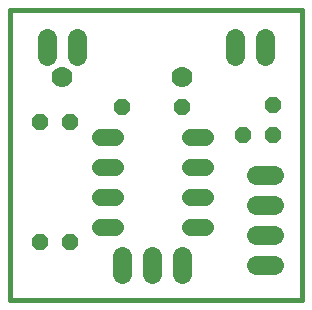
<source format=gbs>
G75*
G70*
%OFA0B0*%
%FSLAX24Y24*%
%IPPOS*%
%LPD*%
%AMOC8*
5,1,8,0,0,1.08239X$1,22.5*
%
%ADD10C,0.0160*%
%ADD11C,0.0560*%
%ADD12C,0.0640*%
%ADD13OC8,0.0560*%
%ADD14C,0.0700*%
D10*
X000367Y000180D02*
X010117Y000180D01*
X010117Y009867D01*
X000367Y009867D01*
X000367Y000180D01*
D11*
X003357Y002617D02*
X003877Y002617D01*
X003877Y003617D02*
X003357Y003617D01*
X003357Y004617D02*
X003877Y004617D01*
X003877Y005617D02*
X003357Y005617D01*
X006357Y005617D02*
X006877Y005617D01*
X006877Y004617D02*
X006357Y004617D01*
X006357Y003617D02*
X006877Y003617D01*
X006877Y002617D02*
X006357Y002617D01*
D12*
X006117Y001667D02*
X006117Y001067D01*
X005117Y001067D02*
X005117Y001667D01*
X004117Y001667D02*
X004117Y001067D01*
X008567Y001367D02*
X009167Y001367D01*
X009167Y002367D02*
X008567Y002367D01*
X008567Y003367D02*
X009167Y003367D01*
X009167Y004367D02*
X008567Y004367D01*
X008867Y008317D02*
X008867Y008917D01*
X007867Y008917D02*
X007867Y008317D01*
X002617Y008317D02*
X002617Y008917D01*
X001617Y008917D02*
X001617Y008317D01*
D13*
X004117Y006617D03*
X002367Y006117D03*
X001367Y006117D03*
X006117Y006617D03*
X008125Y005701D03*
X009125Y005701D03*
X009125Y006701D03*
X002367Y002117D03*
X001367Y002117D03*
D14*
X002117Y007617D03*
X006117Y007617D03*
M02*

</source>
